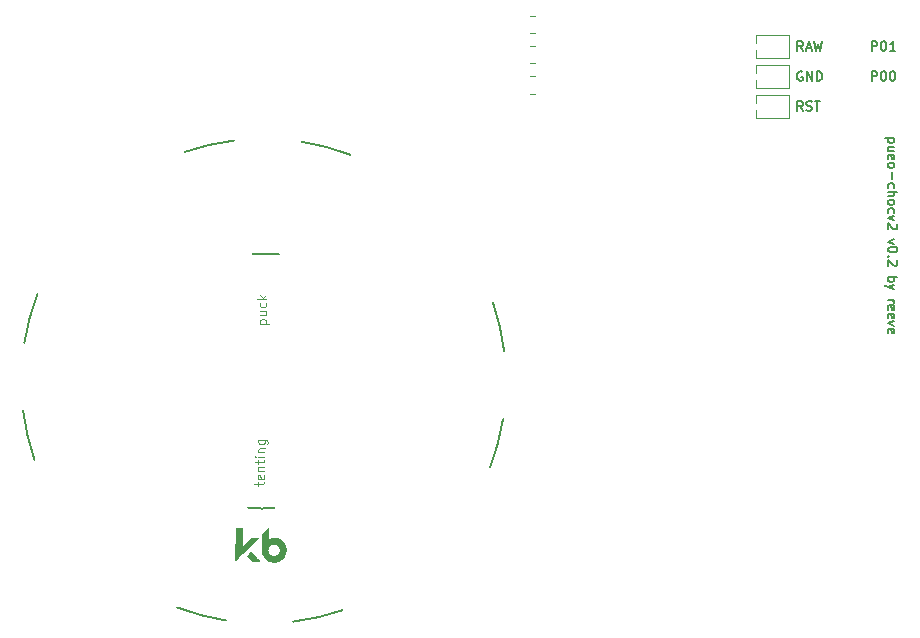
<source format=gbr>
%TF.GenerationSoftware,KiCad,Pcbnew,8.0.6-1.fc41*%
%TF.CreationDate,2024-12-09T09:59:40+11:00*%
%TF.ProjectId,pueo-mx-spaced,7075656f-2d6d-4782-9d73-70616365642e,0.1*%
%TF.SameCoordinates,Original*%
%TF.FileFunction,Legend,Top*%
%TF.FilePolarity,Positive*%
%FSLAX46Y46*%
G04 Gerber Fmt 4.6, Leading zero omitted, Abs format (unit mm)*
G04 Created by KiCad (PCBNEW 8.0.6-1.fc41) date 2024-12-09 09:59:40*
%MOMM*%
%LPD*%
G01*
G04 APERTURE LIST*
%ADD10C,0.150000*%
%ADD11C,0.100000*%
%ADD12C,0.200000*%
%ADD13C,0.010000*%
%ADD14C,0.120000*%
G04 APERTURE END LIST*
D10*
X198614948Y-67889160D02*
X197814948Y-67889160D01*
X198576852Y-67889160D02*
X198614948Y-67965350D01*
X198614948Y-67965350D02*
X198614948Y-68117731D01*
X198614948Y-68117731D02*
X198576852Y-68193922D01*
X198576852Y-68193922D02*
X198538757Y-68232017D01*
X198538757Y-68232017D02*
X198462567Y-68270112D01*
X198462567Y-68270112D02*
X198233995Y-68270112D01*
X198233995Y-68270112D02*
X198157805Y-68232017D01*
X198157805Y-68232017D02*
X198119710Y-68193922D01*
X198119710Y-68193922D02*
X198081614Y-68117731D01*
X198081614Y-68117731D02*
X198081614Y-67965350D01*
X198081614Y-67965350D02*
X198119710Y-67889160D01*
X198614948Y-68955827D02*
X198081614Y-68955827D01*
X198614948Y-68612970D02*
X198195900Y-68612970D01*
X198195900Y-68612970D02*
X198119710Y-68651065D01*
X198119710Y-68651065D02*
X198081614Y-68727255D01*
X198081614Y-68727255D02*
X198081614Y-68841541D01*
X198081614Y-68841541D02*
X198119710Y-68917732D01*
X198119710Y-68917732D02*
X198157805Y-68955827D01*
X198119710Y-69641542D02*
X198081614Y-69565351D01*
X198081614Y-69565351D02*
X198081614Y-69412970D01*
X198081614Y-69412970D02*
X198119710Y-69336780D01*
X198119710Y-69336780D02*
X198195900Y-69298684D01*
X198195900Y-69298684D02*
X198500662Y-69298684D01*
X198500662Y-69298684D02*
X198576852Y-69336780D01*
X198576852Y-69336780D02*
X198614948Y-69412970D01*
X198614948Y-69412970D02*
X198614948Y-69565351D01*
X198614948Y-69565351D02*
X198576852Y-69641542D01*
X198576852Y-69641542D02*
X198500662Y-69679637D01*
X198500662Y-69679637D02*
X198424471Y-69679637D01*
X198424471Y-69679637D02*
X198348281Y-69298684D01*
X198081614Y-70136779D02*
X198119710Y-70060589D01*
X198119710Y-70060589D02*
X198157805Y-70022494D01*
X198157805Y-70022494D02*
X198233995Y-69984398D01*
X198233995Y-69984398D02*
X198462567Y-69984398D01*
X198462567Y-69984398D02*
X198538757Y-70022494D01*
X198538757Y-70022494D02*
X198576852Y-70060589D01*
X198576852Y-70060589D02*
X198614948Y-70136779D01*
X198614948Y-70136779D02*
X198614948Y-70251065D01*
X198614948Y-70251065D02*
X198576852Y-70327256D01*
X198576852Y-70327256D02*
X198538757Y-70365351D01*
X198538757Y-70365351D02*
X198462567Y-70403446D01*
X198462567Y-70403446D02*
X198233995Y-70403446D01*
X198233995Y-70403446D02*
X198157805Y-70365351D01*
X198157805Y-70365351D02*
X198119710Y-70327256D01*
X198119710Y-70327256D02*
X198081614Y-70251065D01*
X198081614Y-70251065D02*
X198081614Y-70136779D01*
X198386376Y-70746304D02*
X198386376Y-71355828D01*
X198119710Y-72079637D02*
X198081614Y-72003446D01*
X198081614Y-72003446D02*
X198081614Y-71851065D01*
X198081614Y-71851065D02*
X198119710Y-71774875D01*
X198119710Y-71774875D02*
X198157805Y-71736780D01*
X198157805Y-71736780D02*
X198233995Y-71698684D01*
X198233995Y-71698684D02*
X198462567Y-71698684D01*
X198462567Y-71698684D02*
X198538757Y-71736780D01*
X198538757Y-71736780D02*
X198576852Y-71774875D01*
X198576852Y-71774875D02*
X198614948Y-71851065D01*
X198614948Y-71851065D02*
X198614948Y-72003446D01*
X198614948Y-72003446D02*
X198576852Y-72079637D01*
X198081614Y-72422494D02*
X198881614Y-72422494D01*
X198081614Y-72765351D02*
X198500662Y-72765351D01*
X198500662Y-72765351D02*
X198576852Y-72727256D01*
X198576852Y-72727256D02*
X198614948Y-72651065D01*
X198614948Y-72651065D02*
X198614948Y-72536779D01*
X198614948Y-72536779D02*
X198576852Y-72460589D01*
X198576852Y-72460589D02*
X198538757Y-72422494D01*
X198081614Y-73260589D02*
X198119710Y-73184399D01*
X198119710Y-73184399D02*
X198157805Y-73146304D01*
X198157805Y-73146304D02*
X198233995Y-73108208D01*
X198233995Y-73108208D02*
X198462567Y-73108208D01*
X198462567Y-73108208D02*
X198538757Y-73146304D01*
X198538757Y-73146304D02*
X198576852Y-73184399D01*
X198576852Y-73184399D02*
X198614948Y-73260589D01*
X198614948Y-73260589D02*
X198614948Y-73374875D01*
X198614948Y-73374875D02*
X198576852Y-73451066D01*
X198576852Y-73451066D02*
X198538757Y-73489161D01*
X198538757Y-73489161D02*
X198462567Y-73527256D01*
X198462567Y-73527256D02*
X198233995Y-73527256D01*
X198233995Y-73527256D02*
X198157805Y-73489161D01*
X198157805Y-73489161D02*
X198119710Y-73451066D01*
X198119710Y-73451066D02*
X198081614Y-73374875D01*
X198081614Y-73374875D02*
X198081614Y-73260589D01*
X198119710Y-74212971D02*
X198081614Y-74136780D01*
X198081614Y-74136780D02*
X198081614Y-73984399D01*
X198081614Y-73984399D02*
X198119710Y-73908209D01*
X198119710Y-73908209D02*
X198157805Y-73870114D01*
X198157805Y-73870114D02*
X198233995Y-73832018D01*
X198233995Y-73832018D02*
X198462567Y-73832018D01*
X198462567Y-73832018D02*
X198538757Y-73870114D01*
X198538757Y-73870114D02*
X198576852Y-73908209D01*
X198576852Y-73908209D02*
X198614948Y-73984399D01*
X198614948Y-73984399D02*
X198614948Y-74136780D01*
X198614948Y-74136780D02*
X198576852Y-74212971D01*
X198614948Y-74479637D02*
X198081614Y-74670113D01*
X198081614Y-74670113D02*
X198614948Y-74860590D01*
X198805424Y-75127256D02*
X198843519Y-75165352D01*
X198843519Y-75165352D02*
X198881614Y-75241542D01*
X198881614Y-75241542D02*
X198881614Y-75432018D01*
X198881614Y-75432018D02*
X198843519Y-75508209D01*
X198843519Y-75508209D02*
X198805424Y-75546304D01*
X198805424Y-75546304D02*
X198729233Y-75584399D01*
X198729233Y-75584399D02*
X198653043Y-75584399D01*
X198653043Y-75584399D02*
X198538757Y-75546304D01*
X198538757Y-75546304D02*
X198081614Y-75089161D01*
X198081614Y-75089161D02*
X198081614Y-75584399D01*
X198614948Y-76460590D02*
X198081614Y-76651066D01*
X198081614Y-76651066D02*
X198614948Y-76841543D01*
X198881614Y-77298686D02*
X198881614Y-77374876D01*
X198881614Y-77374876D02*
X198843519Y-77451067D01*
X198843519Y-77451067D02*
X198805424Y-77489162D01*
X198805424Y-77489162D02*
X198729233Y-77527257D01*
X198729233Y-77527257D02*
X198576852Y-77565352D01*
X198576852Y-77565352D02*
X198386376Y-77565352D01*
X198386376Y-77565352D02*
X198233995Y-77527257D01*
X198233995Y-77527257D02*
X198157805Y-77489162D01*
X198157805Y-77489162D02*
X198119710Y-77451067D01*
X198119710Y-77451067D02*
X198081614Y-77374876D01*
X198081614Y-77374876D02*
X198081614Y-77298686D01*
X198081614Y-77298686D02*
X198119710Y-77222495D01*
X198119710Y-77222495D02*
X198157805Y-77184400D01*
X198157805Y-77184400D02*
X198233995Y-77146305D01*
X198233995Y-77146305D02*
X198386376Y-77108209D01*
X198386376Y-77108209D02*
X198576852Y-77108209D01*
X198576852Y-77108209D02*
X198729233Y-77146305D01*
X198729233Y-77146305D02*
X198805424Y-77184400D01*
X198805424Y-77184400D02*
X198843519Y-77222495D01*
X198843519Y-77222495D02*
X198881614Y-77298686D01*
X198157805Y-77908210D02*
X198119710Y-77946305D01*
X198119710Y-77946305D02*
X198081614Y-77908210D01*
X198081614Y-77908210D02*
X198119710Y-77870114D01*
X198119710Y-77870114D02*
X198157805Y-77908210D01*
X198157805Y-77908210D02*
X198081614Y-77908210D01*
X198805424Y-78251066D02*
X198843519Y-78289162D01*
X198843519Y-78289162D02*
X198881614Y-78365352D01*
X198881614Y-78365352D02*
X198881614Y-78555828D01*
X198881614Y-78555828D02*
X198843519Y-78632019D01*
X198843519Y-78632019D02*
X198805424Y-78670114D01*
X198805424Y-78670114D02*
X198729233Y-78708209D01*
X198729233Y-78708209D02*
X198653043Y-78708209D01*
X198653043Y-78708209D02*
X198538757Y-78670114D01*
X198538757Y-78670114D02*
X198081614Y-78212971D01*
X198081614Y-78212971D02*
X198081614Y-78708209D01*
X198081614Y-79660591D02*
X198881614Y-79660591D01*
X198576852Y-79660591D02*
X198614948Y-79736781D01*
X198614948Y-79736781D02*
X198614948Y-79889162D01*
X198614948Y-79889162D02*
X198576852Y-79965353D01*
X198576852Y-79965353D02*
X198538757Y-80003448D01*
X198538757Y-80003448D02*
X198462567Y-80041543D01*
X198462567Y-80041543D02*
X198233995Y-80041543D01*
X198233995Y-80041543D02*
X198157805Y-80003448D01*
X198157805Y-80003448D02*
X198119710Y-79965353D01*
X198119710Y-79965353D02*
X198081614Y-79889162D01*
X198081614Y-79889162D02*
X198081614Y-79736781D01*
X198081614Y-79736781D02*
X198119710Y-79660591D01*
X198614948Y-80308210D02*
X198081614Y-80498686D01*
X198614948Y-80689163D02*
X198081614Y-80498686D01*
X198081614Y-80498686D02*
X197891138Y-80422496D01*
X197891138Y-80422496D02*
X197853043Y-80384401D01*
X197853043Y-80384401D02*
X197814948Y-80308210D01*
X198081614Y-81603449D02*
X198614948Y-81603449D01*
X198462567Y-81603449D02*
X198538757Y-81641544D01*
X198538757Y-81641544D02*
X198576852Y-81679639D01*
X198576852Y-81679639D02*
X198614948Y-81755830D01*
X198614948Y-81755830D02*
X198614948Y-81832020D01*
X198119710Y-82403449D02*
X198081614Y-82327258D01*
X198081614Y-82327258D02*
X198081614Y-82174877D01*
X198081614Y-82174877D02*
X198119710Y-82098687D01*
X198119710Y-82098687D02*
X198195900Y-82060591D01*
X198195900Y-82060591D02*
X198500662Y-82060591D01*
X198500662Y-82060591D02*
X198576852Y-82098687D01*
X198576852Y-82098687D02*
X198614948Y-82174877D01*
X198614948Y-82174877D02*
X198614948Y-82327258D01*
X198614948Y-82327258D02*
X198576852Y-82403449D01*
X198576852Y-82403449D02*
X198500662Y-82441544D01*
X198500662Y-82441544D02*
X198424471Y-82441544D01*
X198424471Y-82441544D02*
X198348281Y-82060591D01*
X198119710Y-83089163D02*
X198081614Y-83012972D01*
X198081614Y-83012972D02*
X198081614Y-82860591D01*
X198081614Y-82860591D02*
X198119710Y-82784401D01*
X198119710Y-82784401D02*
X198195900Y-82746305D01*
X198195900Y-82746305D02*
X198500662Y-82746305D01*
X198500662Y-82746305D02*
X198576852Y-82784401D01*
X198576852Y-82784401D02*
X198614948Y-82860591D01*
X198614948Y-82860591D02*
X198614948Y-83012972D01*
X198614948Y-83012972D02*
X198576852Y-83089163D01*
X198576852Y-83089163D02*
X198500662Y-83127258D01*
X198500662Y-83127258D02*
X198424471Y-83127258D01*
X198424471Y-83127258D02*
X198348281Y-82746305D01*
X198614948Y-83393924D02*
X198081614Y-83584400D01*
X198081614Y-83584400D02*
X198614948Y-83774877D01*
X198119710Y-84384401D02*
X198081614Y-84308210D01*
X198081614Y-84308210D02*
X198081614Y-84155829D01*
X198081614Y-84155829D02*
X198119710Y-84079639D01*
X198119710Y-84079639D02*
X198195900Y-84041543D01*
X198195900Y-84041543D02*
X198500662Y-84041543D01*
X198500662Y-84041543D02*
X198576852Y-84079639D01*
X198576852Y-84079639D02*
X198614948Y-84155829D01*
X198614948Y-84155829D02*
X198614948Y-84308210D01*
X198614948Y-84308210D02*
X198576852Y-84384401D01*
X198576852Y-84384401D02*
X198500662Y-84422496D01*
X198500662Y-84422496D02*
X198424471Y-84422496D01*
X198424471Y-84422496D02*
X198348281Y-84041543D01*
D11*
X144710606Y-97311756D02*
X144715925Y-97007040D01*
X144445975Y-97192833D02*
X145131585Y-97204801D01*
X145131585Y-97204801D02*
X145208428Y-97168041D01*
X145208428Y-97168041D02*
X145247847Y-97092527D01*
X145247847Y-97092527D02*
X145249177Y-97016348D01*
X145221061Y-96444342D02*
X145257820Y-96521185D01*
X145257820Y-96521185D02*
X145255161Y-96673543D01*
X145255161Y-96673543D02*
X145215742Y-96749057D01*
X145215742Y-96749057D02*
X145138898Y-96785817D01*
X145138898Y-96785817D02*
X144834182Y-96780498D01*
X144834182Y-96780498D02*
X144758668Y-96741079D01*
X144758668Y-96741079D02*
X144721909Y-96664235D01*
X144721909Y-96664235D02*
X144724568Y-96511877D01*
X144724568Y-96511877D02*
X144763987Y-96436363D01*
X144763987Y-96436363D02*
X144840831Y-96399604D01*
X144840831Y-96399604D02*
X144917010Y-96400933D01*
X144917010Y-96400933D02*
X144986540Y-96783157D01*
X144732546Y-96054805D02*
X145265799Y-96064112D01*
X144808725Y-96056134D02*
X144771301Y-96017380D01*
X144771301Y-96017380D02*
X144734541Y-95940536D01*
X144734541Y-95940536D02*
X144736536Y-95826268D01*
X144736536Y-95826268D02*
X144775955Y-95750754D01*
X144775955Y-95750754D02*
X144852798Y-95713994D01*
X144852798Y-95713994D02*
X145271782Y-95721308D01*
X144743184Y-95445373D02*
X144748503Y-95140658D01*
X144478553Y-95326451D02*
X145164162Y-95338418D01*
X145164162Y-95338418D02*
X145241006Y-95301658D01*
X145241006Y-95301658D02*
X145280425Y-95226144D01*
X145280425Y-95226144D02*
X145281755Y-95149966D01*
X145286409Y-94883339D02*
X144753157Y-94874031D01*
X144486531Y-94869377D02*
X144523955Y-94908132D01*
X144523955Y-94908132D02*
X144562710Y-94870707D01*
X144562710Y-94870707D02*
X144525285Y-94831953D01*
X144525285Y-94831953D02*
X144486531Y-94869377D01*
X144486531Y-94869377D02*
X144562710Y-94870707D01*
X144759805Y-94493137D02*
X145293058Y-94502445D01*
X144835984Y-94494467D02*
X144798560Y-94455713D01*
X144798560Y-94455713D02*
X144761800Y-94378869D01*
X144761800Y-94378869D02*
X144763795Y-94264601D01*
X144763795Y-94264601D02*
X144803214Y-94189087D01*
X144803214Y-94189087D02*
X144880057Y-94152327D01*
X144880057Y-94152327D02*
X145299041Y-94159640D01*
X144778421Y-93426633D02*
X145425942Y-93437935D01*
X145425942Y-93437935D02*
X145501456Y-93477354D01*
X145501456Y-93477354D02*
X145538880Y-93516109D01*
X145538880Y-93516109D02*
X145575640Y-93592952D01*
X145575640Y-93592952D02*
X145573645Y-93707221D01*
X145573645Y-93707221D02*
X145534226Y-93782735D01*
X145273584Y-93435276D02*
X145310344Y-93512120D01*
X145310344Y-93512120D02*
X145307684Y-93664477D01*
X145307684Y-93664477D02*
X145268265Y-93739991D01*
X145268265Y-93739991D02*
X145229511Y-93777416D01*
X145229511Y-93777416D02*
X145152667Y-93814176D01*
X145152667Y-93814176D02*
X144924131Y-93810186D01*
X144924131Y-93810186D02*
X144848617Y-93770767D01*
X144848617Y-93770767D02*
X144811192Y-93732013D01*
X144811192Y-93732013D02*
X144774432Y-93655169D01*
X144774432Y-93655169D02*
X144777092Y-93502812D01*
X144777092Y-93502812D02*
X144816511Y-93427298D01*
X144886048Y-83622228D02*
X145685926Y-83636190D01*
X144924138Y-83622893D02*
X144887378Y-83546049D01*
X144887378Y-83546049D02*
X144890037Y-83393691D01*
X144890037Y-83393691D02*
X144929456Y-83318177D01*
X144929456Y-83318177D02*
X144968211Y-83280753D01*
X144968211Y-83280753D02*
X145045054Y-83243993D01*
X145045054Y-83243993D02*
X145273591Y-83247982D01*
X145273591Y-83247982D02*
X145349105Y-83287401D01*
X145349105Y-83287401D02*
X145386530Y-83326156D01*
X145386530Y-83326156D02*
X145423289Y-83402999D01*
X145423289Y-83402999D02*
X145420630Y-83555357D01*
X145420630Y-83555357D02*
X145381211Y-83630871D01*
X144904664Y-82555723D02*
X145437916Y-82565031D01*
X144898680Y-82898528D02*
X145317664Y-82905842D01*
X145317664Y-82905842D02*
X145394508Y-82869082D01*
X145394508Y-82869082D02*
X145433927Y-82793568D01*
X145433927Y-82793568D02*
X145435922Y-82679299D01*
X145435922Y-82679299D02*
X145399162Y-82602456D01*
X145399162Y-82602456D02*
X145361737Y-82563701D01*
X145412459Y-81840667D02*
X145449219Y-81917510D01*
X145449219Y-81917510D02*
X145446559Y-82069868D01*
X145446559Y-82069868D02*
X145407140Y-82145382D01*
X145407140Y-82145382D02*
X145368386Y-82182807D01*
X145368386Y-82182807D02*
X145291542Y-82219566D01*
X145291542Y-82219566D02*
X145063006Y-82215577D01*
X145063006Y-82215577D02*
X144987491Y-82176158D01*
X144987491Y-82176158D02*
X144950067Y-82137404D01*
X144950067Y-82137404D02*
X144913307Y-82060560D01*
X144913307Y-82060560D02*
X144915967Y-81908202D01*
X144915967Y-81908202D02*
X144955386Y-81832688D01*
X145456532Y-81498527D02*
X144656654Y-81484565D01*
X145153146Y-81417029D02*
X145461851Y-81193811D01*
X144928599Y-81184503D02*
X145227995Y-81494538D01*
D10*
X196720189Y-60500763D02*
X196720189Y-59700763D01*
X196720189Y-59700763D02*
X197024951Y-59700763D01*
X197024951Y-59700763D02*
X197101141Y-59738858D01*
X197101141Y-59738858D02*
X197139236Y-59776953D01*
X197139236Y-59776953D02*
X197177332Y-59853144D01*
X197177332Y-59853144D02*
X197177332Y-59967429D01*
X197177332Y-59967429D02*
X197139236Y-60043620D01*
X197139236Y-60043620D02*
X197101141Y-60081715D01*
X197101141Y-60081715D02*
X197024951Y-60119810D01*
X197024951Y-60119810D02*
X196720189Y-60119810D01*
X197672570Y-59700763D02*
X197748760Y-59700763D01*
X197748760Y-59700763D02*
X197824951Y-59738858D01*
X197824951Y-59738858D02*
X197863046Y-59776953D01*
X197863046Y-59776953D02*
X197901141Y-59853144D01*
X197901141Y-59853144D02*
X197939236Y-60005525D01*
X197939236Y-60005525D02*
X197939236Y-60196001D01*
X197939236Y-60196001D02*
X197901141Y-60348382D01*
X197901141Y-60348382D02*
X197863046Y-60424572D01*
X197863046Y-60424572D02*
X197824951Y-60462668D01*
X197824951Y-60462668D02*
X197748760Y-60500763D01*
X197748760Y-60500763D02*
X197672570Y-60500763D01*
X197672570Y-60500763D02*
X197596379Y-60462668D01*
X197596379Y-60462668D02*
X197558284Y-60424572D01*
X197558284Y-60424572D02*
X197520189Y-60348382D01*
X197520189Y-60348382D02*
X197482093Y-60196001D01*
X197482093Y-60196001D02*
X197482093Y-60005525D01*
X197482093Y-60005525D02*
X197520189Y-59853144D01*
X197520189Y-59853144D02*
X197558284Y-59776953D01*
X197558284Y-59776953D02*
X197596379Y-59738858D01*
X197596379Y-59738858D02*
X197672570Y-59700763D01*
X198701141Y-60500763D02*
X198243998Y-60500763D01*
X198472570Y-60500763D02*
X198472570Y-59700763D01*
X198472570Y-59700763D02*
X198396379Y-59815048D01*
X198396379Y-59815048D02*
X198320189Y-59891239D01*
X198320189Y-59891239D02*
X198243998Y-59929334D01*
X196720189Y-63040763D02*
X196720189Y-62240763D01*
X196720189Y-62240763D02*
X197024951Y-62240763D01*
X197024951Y-62240763D02*
X197101141Y-62278858D01*
X197101141Y-62278858D02*
X197139236Y-62316953D01*
X197139236Y-62316953D02*
X197177332Y-62393144D01*
X197177332Y-62393144D02*
X197177332Y-62507429D01*
X197177332Y-62507429D02*
X197139236Y-62583620D01*
X197139236Y-62583620D02*
X197101141Y-62621715D01*
X197101141Y-62621715D02*
X197024951Y-62659810D01*
X197024951Y-62659810D02*
X196720189Y-62659810D01*
X197672570Y-62240763D02*
X197748760Y-62240763D01*
X197748760Y-62240763D02*
X197824951Y-62278858D01*
X197824951Y-62278858D02*
X197863046Y-62316953D01*
X197863046Y-62316953D02*
X197901141Y-62393144D01*
X197901141Y-62393144D02*
X197939236Y-62545525D01*
X197939236Y-62545525D02*
X197939236Y-62736001D01*
X197939236Y-62736001D02*
X197901141Y-62888382D01*
X197901141Y-62888382D02*
X197863046Y-62964572D01*
X197863046Y-62964572D02*
X197824951Y-63002668D01*
X197824951Y-63002668D02*
X197748760Y-63040763D01*
X197748760Y-63040763D02*
X197672570Y-63040763D01*
X197672570Y-63040763D02*
X197596379Y-63002668D01*
X197596379Y-63002668D02*
X197558284Y-62964572D01*
X197558284Y-62964572D02*
X197520189Y-62888382D01*
X197520189Y-62888382D02*
X197482093Y-62736001D01*
X197482093Y-62736001D02*
X197482093Y-62545525D01*
X197482093Y-62545525D02*
X197520189Y-62393144D01*
X197520189Y-62393144D02*
X197558284Y-62316953D01*
X197558284Y-62316953D02*
X197596379Y-62278858D01*
X197596379Y-62278858D02*
X197672570Y-62240763D01*
X198434475Y-62240763D02*
X198510665Y-62240763D01*
X198510665Y-62240763D02*
X198586856Y-62278858D01*
X198586856Y-62278858D02*
X198624951Y-62316953D01*
X198624951Y-62316953D02*
X198663046Y-62393144D01*
X198663046Y-62393144D02*
X198701141Y-62545525D01*
X198701141Y-62545525D02*
X198701141Y-62736001D01*
X198701141Y-62736001D02*
X198663046Y-62888382D01*
X198663046Y-62888382D02*
X198624951Y-62964572D01*
X198624951Y-62964572D02*
X198586856Y-63002668D01*
X198586856Y-63002668D02*
X198510665Y-63040763D01*
X198510665Y-63040763D02*
X198434475Y-63040763D01*
X198434475Y-63040763D02*
X198358284Y-63002668D01*
X198358284Y-63002668D02*
X198320189Y-62964572D01*
X198320189Y-62964572D02*
X198282094Y-62888382D01*
X198282094Y-62888382D02*
X198243998Y-62736001D01*
X198243998Y-62736001D02*
X198243998Y-62545525D01*
X198243998Y-62545525D02*
X198282094Y-62393144D01*
X198282094Y-62393144D02*
X198320189Y-62316953D01*
X198320189Y-62316953D02*
X198358284Y-62278858D01*
X198358284Y-62278858D02*
X198434475Y-62240763D01*
X190878522Y-65580764D02*
X190611855Y-65199811D01*
X190421379Y-65580764D02*
X190421379Y-64780764D01*
X190421379Y-64780764D02*
X190726141Y-64780764D01*
X190726141Y-64780764D02*
X190802331Y-64818859D01*
X190802331Y-64818859D02*
X190840426Y-64856954D01*
X190840426Y-64856954D02*
X190878522Y-64933145D01*
X190878522Y-64933145D02*
X190878522Y-65047430D01*
X190878522Y-65047430D02*
X190840426Y-65123621D01*
X190840426Y-65123621D02*
X190802331Y-65161716D01*
X190802331Y-65161716D02*
X190726141Y-65199811D01*
X190726141Y-65199811D02*
X190421379Y-65199811D01*
X191183283Y-65542669D02*
X191297569Y-65580764D01*
X191297569Y-65580764D02*
X191488045Y-65580764D01*
X191488045Y-65580764D02*
X191564236Y-65542669D01*
X191564236Y-65542669D02*
X191602331Y-65504573D01*
X191602331Y-65504573D02*
X191640426Y-65428383D01*
X191640426Y-65428383D02*
X191640426Y-65352192D01*
X191640426Y-65352192D02*
X191602331Y-65276002D01*
X191602331Y-65276002D02*
X191564236Y-65237907D01*
X191564236Y-65237907D02*
X191488045Y-65199811D01*
X191488045Y-65199811D02*
X191335664Y-65161716D01*
X191335664Y-65161716D02*
X191259474Y-65123621D01*
X191259474Y-65123621D02*
X191221379Y-65085526D01*
X191221379Y-65085526D02*
X191183283Y-65009335D01*
X191183283Y-65009335D02*
X191183283Y-64933145D01*
X191183283Y-64933145D02*
X191221379Y-64856954D01*
X191221379Y-64856954D02*
X191259474Y-64818859D01*
X191259474Y-64818859D02*
X191335664Y-64780764D01*
X191335664Y-64780764D02*
X191526141Y-64780764D01*
X191526141Y-64780764D02*
X191640426Y-64818859D01*
X191868998Y-64780764D02*
X192326141Y-64780764D01*
X192097569Y-65580764D02*
X192097569Y-64780764D01*
X190878522Y-60500762D02*
X190611855Y-60119809D01*
X190421379Y-60500762D02*
X190421379Y-59700762D01*
X190421379Y-59700762D02*
X190726141Y-59700762D01*
X190726141Y-59700762D02*
X190802331Y-59738857D01*
X190802331Y-59738857D02*
X190840426Y-59776952D01*
X190840426Y-59776952D02*
X190878522Y-59853143D01*
X190878522Y-59853143D02*
X190878522Y-59967428D01*
X190878522Y-59967428D02*
X190840426Y-60043619D01*
X190840426Y-60043619D02*
X190802331Y-60081714D01*
X190802331Y-60081714D02*
X190726141Y-60119809D01*
X190726141Y-60119809D02*
X190421379Y-60119809D01*
X191183283Y-60272190D02*
X191564236Y-60272190D01*
X191107093Y-60500762D02*
X191373760Y-59700762D01*
X191373760Y-59700762D02*
X191640426Y-60500762D01*
X191830902Y-59700762D02*
X192021378Y-60500762D01*
X192021378Y-60500762D02*
X192173759Y-59929333D01*
X192173759Y-59929333D02*
X192326140Y-60500762D01*
X192326140Y-60500762D02*
X192516617Y-59700762D01*
X190821378Y-62278856D02*
X190745188Y-62240761D01*
X190745188Y-62240761D02*
X190630902Y-62240761D01*
X190630902Y-62240761D02*
X190516616Y-62278856D01*
X190516616Y-62278856D02*
X190440426Y-62355046D01*
X190440426Y-62355046D02*
X190402331Y-62431237D01*
X190402331Y-62431237D02*
X190364235Y-62583618D01*
X190364235Y-62583618D02*
X190364235Y-62697904D01*
X190364235Y-62697904D02*
X190402331Y-62850285D01*
X190402331Y-62850285D02*
X190440426Y-62926475D01*
X190440426Y-62926475D02*
X190516616Y-63002666D01*
X190516616Y-63002666D02*
X190630902Y-63040761D01*
X190630902Y-63040761D02*
X190707093Y-63040761D01*
X190707093Y-63040761D02*
X190821378Y-63002666D01*
X190821378Y-63002666D02*
X190859474Y-62964570D01*
X190859474Y-62964570D02*
X190859474Y-62697904D01*
X190859474Y-62697904D02*
X190707093Y-62697904D01*
X191202331Y-63040761D02*
X191202331Y-62240761D01*
X191202331Y-62240761D02*
X191659474Y-63040761D01*
X191659474Y-63040761D02*
X191659474Y-62240761D01*
X192040426Y-63040761D02*
X192040426Y-62240761D01*
X192040426Y-62240761D02*
X192230902Y-62240761D01*
X192230902Y-62240761D02*
X192345188Y-62278856D01*
X192345188Y-62278856D02*
X192421378Y-62355046D01*
X192421378Y-62355046D02*
X192459473Y-62431237D01*
X192459473Y-62431237D02*
X192497569Y-62583618D01*
X192497569Y-62583618D02*
X192497569Y-62697904D01*
X192497569Y-62697904D02*
X192459473Y-62850285D01*
X192459473Y-62850285D02*
X192421378Y-62926475D01*
X192421378Y-62926475D02*
X192345188Y-63002666D01*
X192345188Y-63002666D02*
X192230902Y-63040761D01*
X192230902Y-63040761D02*
X192040426Y-63040761D01*
D12*
%TO.C,REF\u002A\u002A*%
X124957050Y-85249668D02*
G75*
G02*
X126063196Y-81117796I20266976J-3211685D01*
G01*
X125818582Y-95131757D02*
G75*
G02*
X124857311Y-90963798I19405457J6670381D01*
G01*
X138553694Y-69055864D02*
G75*
G02*
X142721654Y-68094592I6670429J-19405664D01*
G01*
X142012386Y-108728402D02*
G75*
G02*
X137880517Y-107622258I3211699J20267035D01*
G01*
X144283240Y-77707445D02*
G75*
G02*
X145412484Y-77668011I940841J-10753842D01*
G01*
X145035686Y-99254722D02*
G75*
G02*
X143908507Y-99175902I188391J10793276D01*
G01*
X145412484Y-77668012D02*
G75*
G02*
X146539663Y-77746832I-188397J-10793255D01*
G01*
X146164930Y-99215289D02*
G75*
G02*
X145035686Y-99254723I-940820J10753110D01*
G01*
X148435784Y-68194332D02*
G75*
G02*
X152567656Y-69300478I-3211699J-20267035D01*
G01*
X151894475Y-107866870D02*
G75*
G02*
X147726516Y-108828142I-6670472J19405844D01*
G01*
X164629589Y-81790979D02*
G75*
G02*
X165590860Y-85958936I-19405914J-6670483D01*
G01*
X165491120Y-91673066D02*
G75*
G02*
X164384975Y-95804935I-20266866J3211657D01*
G01*
D13*
X143380326Y-100879389D02*
X143351814Y-102512698D01*
X144168648Y-101724135D01*
X144456919Y-101732261D01*
X144745186Y-101740385D01*
X143883082Y-102585606D01*
X143763084Y-102703253D01*
X143646270Y-102817779D01*
X143533876Y-102927976D01*
X143427141Y-103032620D01*
X143327302Y-103130505D01*
X143235607Y-103220411D01*
X143153286Y-103301124D01*
X143081582Y-103371428D01*
X143021733Y-103430109D01*
X142974979Y-103475954D01*
X142942558Y-103507745D01*
X142928536Y-103521502D01*
X142836094Y-103612175D01*
X142883940Y-100870727D01*
X143380326Y-100879389D01*
G36*
X143380326Y-100879389D02*
G01*
X143351814Y-102512698D01*
X144168648Y-101724135D01*
X144456919Y-101732261D01*
X144745186Y-101740385D01*
X143883082Y-102585606D01*
X143763084Y-102703253D01*
X143646270Y-102817779D01*
X143533876Y-102927976D01*
X143427141Y-103032620D01*
X143327302Y-103130505D01*
X143235607Y-103220411D01*
X143153286Y-103301124D01*
X143081582Y-103371428D01*
X143021733Y-103430109D01*
X142974979Y-103475954D01*
X142942558Y-103507745D01*
X142928536Y-103521502D01*
X142836094Y-103612175D01*
X142883940Y-100870727D01*
X143380326Y-100879389D01*
G37*
X144151377Y-102933249D02*
X144173679Y-102956503D01*
X144207534Y-102992631D01*
X144250989Y-103039486D01*
X144302098Y-103094935D01*
X144358903Y-103156831D01*
X144419457Y-103223033D01*
X144481806Y-103291400D01*
X144543997Y-103359794D01*
X144604079Y-103426073D01*
X144660103Y-103488094D01*
X144710110Y-103543717D01*
X144752154Y-103590805D01*
X144784283Y-103627210D01*
X144804544Y-103650795D01*
X144806788Y-103653526D01*
X144834494Y-103687651D01*
X144214577Y-103676834D01*
X144044328Y-103497763D01*
X143991549Y-103442089D01*
X143942170Y-103389706D01*
X143899152Y-103343770D01*
X143865436Y-103307428D01*
X143843976Y-103283843D01*
X143840858Y-103280295D01*
X143807641Y-103241896D01*
X143971472Y-103083386D01*
X144022034Y-103034805D01*
X144067010Y-102992260D01*
X144103758Y-102958183D01*
X144129646Y-102935011D01*
X144142052Y-102925178D01*
X144142584Y-102925006D01*
X144151377Y-102933249D01*
G36*
X144151377Y-102933249D02*
G01*
X144173679Y-102956503D01*
X144207534Y-102992631D01*
X144250989Y-103039486D01*
X144302098Y-103094935D01*
X144358903Y-103156831D01*
X144419457Y-103223033D01*
X144481806Y-103291400D01*
X144543997Y-103359794D01*
X144604079Y-103426073D01*
X144660103Y-103488094D01*
X144710110Y-103543717D01*
X144752154Y-103590805D01*
X144784283Y-103627210D01*
X144804544Y-103650795D01*
X144806788Y-103653526D01*
X144834494Y-103687651D01*
X144214577Y-103676834D01*
X144044328Y-103497763D01*
X143991549Y-103442089D01*
X143942170Y-103389706D01*
X143899152Y-103343770D01*
X143865436Y-103307428D01*
X143843976Y-103283843D01*
X143840858Y-103280295D01*
X143807641Y-103241896D01*
X143971472Y-103083386D01*
X144022034Y-103034805D01*
X144067010Y-102992260D01*
X144103758Y-102958183D01*
X144129646Y-102935011D01*
X144142052Y-102925178D01*
X144142584Y-102925006D01*
X144151377Y-102933249D01*
G37*
X145576316Y-101417136D02*
X145574682Y-101521366D01*
X145573483Y-101618110D01*
X145572715Y-101704990D01*
X145572389Y-101779656D01*
X145572508Y-101839744D01*
X145573082Y-101882882D01*
X145574117Y-101906713D01*
X145574951Y-101910758D01*
X145587493Y-101904660D01*
X145612621Y-101888755D01*
X145637064Y-101871980D01*
X145752965Y-101803267D01*
X145876020Y-101756303D01*
X146006865Y-101730907D01*
X146146159Y-101726897D01*
X146163956Y-101727878D01*
X146253463Y-101735993D01*
X146329725Y-101749264D01*
X146401025Y-101770002D01*
X146475641Y-101800524D01*
X146544913Y-101834379D01*
X146671512Y-101911909D01*
X146782811Y-102005829D01*
X146877822Y-102114494D01*
X146955568Y-102236190D01*
X147015064Y-102369238D01*
X147055334Y-102511934D01*
X147075389Y-102662583D01*
X147077384Y-102752302D01*
X147064434Y-102904578D01*
X147030559Y-103048573D01*
X146974990Y-103186859D01*
X146915879Y-103292763D01*
X146828082Y-103411542D01*
X146724652Y-103514601D01*
X146607797Y-103600897D01*
X146479706Y-103669387D01*
X146342584Y-103719023D01*
X146198623Y-103748767D01*
X146050041Y-103757576D01*
X145949873Y-103751329D01*
X145805721Y-103723942D01*
X145665983Y-103675221D01*
X145533982Y-103606927D01*
X145413045Y-103520806D01*
X145306509Y-103418603D01*
X145298271Y-103409294D01*
X145218968Y-103303774D01*
X145151349Y-103184396D01*
X145098390Y-103057588D01*
X145063065Y-102929784D01*
X145055004Y-102883195D01*
X145052884Y-102854758D01*
X145051411Y-102804653D01*
X145050927Y-102762965D01*
X145547088Y-102762965D01*
X145555955Y-102860681D01*
X145584743Y-102955218D01*
X145612446Y-103009854D01*
X145677828Y-103099293D01*
X145756061Y-103171544D01*
X145844564Y-103225603D01*
X145940756Y-103260408D01*
X146042059Y-103274972D01*
X146145892Y-103268263D01*
X146219046Y-103250248D01*
X146262317Y-103234914D01*
X146303521Y-103218270D01*
X146319821Y-103210779D01*
X146365638Y-103180569D01*
X146415760Y-103135242D01*
X146464778Y-103080635D01*
X146507285Y-103022580D01*
X146529436Y-102984627D01*
X146550384Y-102940740D01*
X146563704Y-102902360D01*
X146571792Y-102860210D01*
X146577085Y-102804991D01*
X146577454Y-102799697D01*
X146575959Y-102692410D01*
X146554815Y-102594136D01*
X146512797Y-102499949D01*
X146495529Y-102471130D01*
X146432357Y-102392111D01*
X146354639Y-102328576D01*
X146265807Y-102281520D01*
X146169312Y-102251954D01*
X146068581Y-102240874D01*
X145967070Y-102249287D01*
X145868205Y-102278191D01*
X145854095Y-102284229D01*
X145765233Y-102335636D01*
X145690062Y-102402550D01*
X145629626Y-102481853D01*
X145584960Y-102570435D01*
X145557100Y-102665174D01*
X145547088Y-102762965D01*
X145050927Y-102762965D01*
X145050826Y-102754301D01*
X145050590Y-102734291D01*
X145050407Y-102645083D01*
X145050868Y-102538448D01*
X145051963Y-102415791D01*
X145053693Y-102278532D01*
X145056059Y-102128074D01*
X145056263Y-102116342D01*
X145068246Y-101424730D01*
X145584775Y-100923642D01*
X145576316Y-101417136D01*
G36*
X145576316Y-101417136D02*
G01*
X145574682Y-101521366D01*
X145573483Y-101618110D01*
X145572715Y-101704990D01*
X145572389Y-101779656D01*
X145572508Y-101839744D01*
X145573082Y-101882882D01*
X145574117Y-101906713D01*
X145574951Y-101910758D01*
X145587493Y-101904660D01*
X145612621Y-101888755D01*
X145637064Y-101871980D01*
X145752965Y-101803267D01*
X145876020Y-101756303D01*
X146006865Y-101730907D01*
X146146159Y-101726897D01*
X146163956Y-101727878D01*
X146253463Y-101735993D01*
X146329725Y-101749264D01*
X146401025Y-101770002D01*
X146475641Y-101800524D01*
X146544913Y-101834379D01*
X146671512Y-101911909D01*
X146782811Y-102005829D01*
X146877822Y-102114494D01*
X146955568Y-102236190D01*
X147015064Y-102369238D01*
X147055334Y-102511934D01*
X147075389Y-102662583D01*
X147077384Y-102752302D01*
X147064434Y-102904578D01*
X147030559Y-103048573D01*
X146974990Y-103186859D01*
X146915879Y-103292763D01*
X146828082Y-103411542D01*
X146724652Y-103514601D01*
X146607797Y-103600897D01*
X146479706Y-103669387D01*
X146342584Y-103719023D01*
X146198623Y-103748767D01*
X146050041Y-103757576D01*
X145949873Y-103751329D01*
X145805721Y-103723942D01*
X145665983Y-103675221D01*
X145533982Y-103606927D01*
X145413045Y-103520806D01*
X145306509Y-103418603D01*
X145298271Y-103409294D01*
X145218968Y-103303774D01*
X145151349Y-103184396D01*
X145098390Y-103057588D01*
X145063065Y-102929784D01*
X145055004Y-102883195D01*
X145052884Y-102854758D01*
X145051411Y-102804653D01*
X145050927Y-102762965D01*
X145547088Y-102762965D01*
X145555955Y-102860681D01*
X145584743Y-102955218D01*
X145612446Y-103009854D01*
X145677828Y-103099293D01*
X145756061Y-103171544D01*
X145844564Y-103225603D01*
X145940756Y-103260408D01*
X146042059Y-103274972D01*
X146145892Y-103268263D01*
X146219046Y-103250248D01*
X146262317Y-103234914D01*
X146303521Y-103218270D01*
X146319821Y-103210779D01*
X146365638Y-103180569D01*
X146415760Y-103135242D01*
X146464778Y-103080635D01*
X146507285Y-103022580D01*
X146529436Y-102984627D01*
X146550384Y-102940740D01*
X146563704Y-102902360D01*
X146571792Y-102860210D01*
X146577085Y-102804991D01*
X146577454Y-102799697D01*
X146575959Y-102692410D01*
X146554815Y-102594136D01*
X146512797Y-102499949D01*
X146495529Y-102471130D01*
X146432357Y-102392111D01*
X146354639Y-102328576D01*
X146265807Y-102281520D01*
X146169312Y-102251954D01*
X146068581Y-102240874D01*
X145967070Y-102249287D01*
X145868205Y-102278191D01*
X145854095Y-102284229D01*
X145765233Y-102335636D01*
X145690062Y-102402550D01*
X145629626Y-102481853D01*
X145584960Y-102570435D01*
X145557100Y-102665174D01*
X145547088Y-102762965D01*
X145050927Y-102762965D01*
X145050826Y-102754301D01*
X145050590Y-102734291D01*
X145050407Y-102645083D01*
X145050868Y-102538448D01*
X145051963Y-102415791D01*
X145053693Y-102278532D01*
X145056059Y-102128074D01*
X145056263Y-102116342D01*
X145068246Y-101424730D01*
X145584775Y-100923642D01*
X145576316Y-101417136D01*
G37*
D14*
X167754216Y-62669489D02*
X168208342Y-62669489D01*
X167754216Y-64139489D02*
X168208342Y-64139489D01*
X167754215Y-60082944D02*
X168208341Y-60082944D01*
X167754215Y-61552944D02*
X168208341Y-61552944D01*
X167754215Y-57519488D02*
X168208341Y-57519488D01*
X167754215Y-58989488D02*
X168208341Y-58989488D01*
%TO.C,MCU1*%
X186891618Y-59138468D02*
X189691618Y-59138468D01*
X186891617Y-59808467D02*
X186891618Y-59138468D01*
X186891617Y-61138469D02*
X186891617Y-60458467D01*
X186891618Y-61678468D02*
X189691618Y-61678468D01*
X186891616Y-62358468D02*
X186891618Y-61678468D01*
X186891618Y-63678468D02*
X186891619Y-63008469D01*
X186891619Y-64218468D02*
X189691616Y-64218467D01*
X186891618Y-64883467D02*
X186891619Y-64218468D01*
X186891618Y-66218468D02*
X186891617Y-65533468D01*
X189691618Y-59138468D02*
X189691618Y-61138467D01*
X189691618Y-61138467D02*
X186891617Y-61138469D01*
X189691618Y-61678468D02*
X189691616Y-63678468D01*
X189691616Y-63678468D02*
X186891618Y-63678468D01*
X189691616Y-64218467D02*
X189691618Y-66218468D01*
X189691618Y-66218468D02*
X186891618Y-66218468D01*
%TD*%
M02*

</source>
